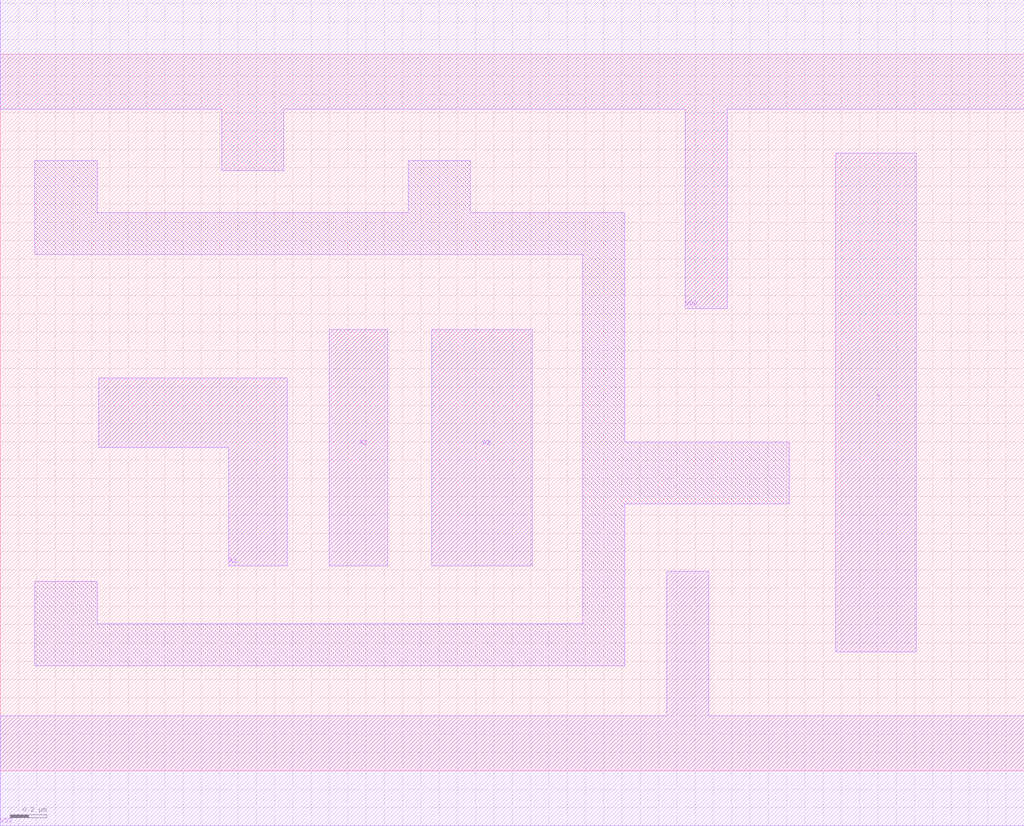
<source format=lef>
# Copyright 2022 GlobalFoundries PDK Authors
#
# Licensed under the Apache License, Version 2.0 (the "License");
# you may not use this file except in compliance with the License.
# You may obtain a copy of the License at
#
#      http://www.apache.org/licenses/LICENSE-2.0
#
# Unless required by applicable law or agreed to in writing, software
# distributed under the License is distributed on an "AS IS" BASIS,
# WITHOUT WARRANTIES OR CONDITIONS OF ANY KIND, either express or implied.
# See the License for the specific language governing permissions and
# limitations under the License.

MACRO gf180mcu_fd_sc_mcu7t5v0__and3_1
  CLASS core ;
  FOREIGN gf180mcu_fd_sc_mcu7t5v0__and3_1 0.0 0.0 ;
  ORIGIN 0 0 ;
  SYMMETRY X Y ;
  SITE GF018hv5v_mcu_sc7 ;
  SIZE 5.6 BY 3.92 ;
  PIN A1
    DIRECTION INPUT ;
    ANTENNAGATEAREA 0.4955 ;
    PORT
      LAYER Metal1 ;
        POLYGON 0.54 1.77 1.25 1.77 1.25 1.12 1.57 1.12 1.57 2.15 0.54 2.15  ;
    END
  END A1
  PIN A2
    DIRECTION INPUT ;
    ANTENNAGATEAREA 0.4955 ;
    PORT
      LAYER Metal1 ;
        POLYGON 1.8 1.12 2.12 1.12 2.12 2.415 1.8 2.415  ;
    END
  END A2
  PIN A3
    DIRECTION INPUT ;
    ANTENNAGATEAREA 0.4955 ;
    PORT
      LAYER Metal1 ;
        POLYGON 2.36 1.12 2.91 1.12 2.91 2.415 2.36 2.415  ;
    END
  END A3
  PIN Z
    DIRECTION OUTPUT ;
    ANTENNADIFFAREA 0.8756 ;
    PORT
      LAYER Metal1 ;
        POLYGON 4.57 0.65 5.01 0.65 5.01 3.38 4.57 3.38  ;
    END
  END Z
  PIN VDD
    DIRECTION INOUT ;
    USE power ;
    SHAPE ABUTMENT ;
    PORT
      LAYER Metal1 ;
        POLYGON 0 3.62 1.21 3.62 1.21 3.285 1.55 3.285 1.55 3.62 3.745 3.62 3.745 2.53 3.975 2.53 3.975 3.62 4.315 3.62 5.6 3.62 5.6 4.22 4.315 4.22 0 4.22  ;
    END
  END VDD
  PIN VSS
    DIRECTION INOUT ;
    USE ground ;
    SHAPE ABUTMENT ;
    PORT
      LAYER Metal1 ;
        POLYGON 0 -0.3 5.6 -0.3 5.6 0.3 3.875 0.3 3.875 1.09 3.645 1.09 3.645 0.3 0 0.3  ;
    END
  END VSS
  OBS
      LAYER Metal1 ;
        POLYGON 0.19 2.825 3.185 2.825 3.185 0.805 0.53 0.805 0.53 1.035 0.19 1.035 0.19 0.575 3.415 0.575 3.415 1.46 4.315 1.46 4.315 1.8 3.415 1.8 3.415 3.055 2.57 3.055 2.57 3.34 2.23 3.34 2.23 3.055 0.53 3.055 0.53 3.34 0.19 3.34  ;
  END
END gf180mcu_fd_sc_mcu7t5v0__and3_1

</source>
